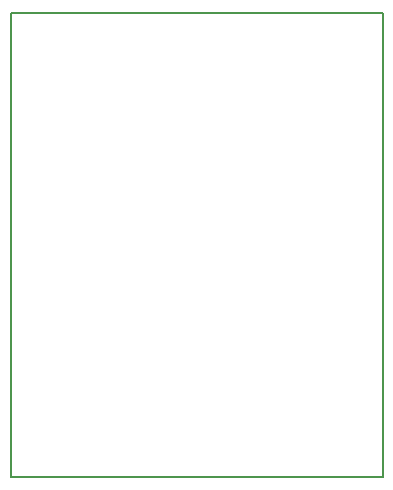
<source format=gbo>
G04 MADE WITH FRITZING*
G04 WWW.FRITZING.ORG*
G04 DOUBLE SIDED*
G04 HOLES PLATED*
G04 CONTOUR ON CENTER OF CONTOUR VECTOR*
%ASAXBY*%
%FSLAX23Y23*%
%MOIN*%
%OFA0B0*%
%SFA1.0B1.0*%
%ADD10R,1.248220X1.554530X1.232220X1.538530*%
%ADD11C,0.008000*%
%LNSILK0*%
G90*
G70*
G54D11*
X4Y1551D02*
X1244Y1551D01*
X1244Y4D01*
X4Y4D01*
X4Y1551D01*
D02*
G04 End of Silk0*
M02*
</source>
